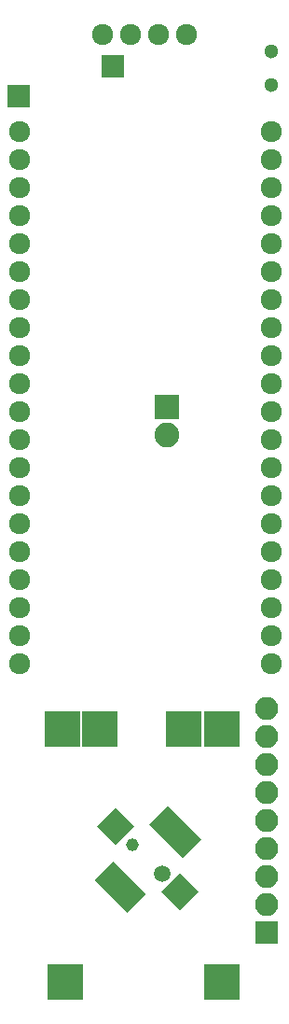
<source format=gbr>
G04 #@! TF.FileFunction,Soldermask,Top*
%FSLAX46Y46*%
G04 Gerber Fmt 4.6, Leading zero omitted, Abs format (unit mm)*
G04 Created by KiCad (PCBNEW 4.0.4-stable) date 06/30/17 00:29:43*
%MOMM*%
%LPD*%
G01*
G04 APERTURE LIST*
%ADD10C,0.100000*%
%ADD11C,1.924000*%
%ADD12R,2.250000X2.250000*%
%ADD13C,2.250000*%
%ADD14C,1.300000*%
%ADD15C,1.160000*%
%ADD16C,1.500000*%
%ADD17R,3.200000X3.200000*%
%ADD18R,2.100000X2.100000*%
%ADD19O,2.100000X2.100000*%
G04 APERTURE END LIST*
D10*
D11*
X62992000Y-48260000D03*
X65532000Y-48260000D03*
X68072000Y-48260000D03*
X70612000Y-48260000D03*
D12*
X68834000Y-82042000D03*
D13*
X68834000Y-84542000D03*
D14*
X78308000Y-49808000D03*
X78308000Y-52808000D03*
D10*
G36*
X70268688Y-122910878D02*
X69278738Y-121920928D01*
X70975794Y-120223872D01*
X71965744Y-121213822D01*
X70268688Y-122910878D01*
X70268688Y-122910878D01*
G37*
G36*
X69261060Y-121903251D02*
X68271110Y-120913301D01*
X69968166Y-119216245D01*
X70958116Y-120206195D01*
X69261060Y-121903251D01*
X69261060Y-121903251D01*
G37*
G36*
X68253433Y-120895623D02*
X67263483Y-119905673D01*
X68960539Y-118208617D01*
X69950489Y-119198567D01*
X68253433Y-120895623D01*
X68253433Y-120895623D01*
G37*
G36*
X63232975Y-125916082D02*
X62243025Y-124926132D01*
X63940081Y-123229076D01*
X64930031Y-124219026D01*
X63232975Y-125916082D01*
X63232975Y-125916082D01*
G37*
G36*
X65248229Y-127931336D02*
X64258279Y-126941386D01*
X65955335Y-125244330D01*
X66945285Y-126234280D01*
X65248229Y-127931336D01*
X65248229Y-127931336D01*
G37*
G36*
X64240602Y-126923709D02*
X63250652Y-125933759D01*
X64947708Y-124236703D01*
X65937658Y-125226653D01*
X64240602Y-126923709D01*
X64240602Y-126923709D01*
G37*
G36*
X70021200Y-127683848D02*
X68324144Y-125986792D01*
X70021200Y-124289736D01*
X71718256Y-125986792D01*
X70021200Y-127683848D01*
X70021200Y-127683848D01*
G37*
G36*
X64222924Y-121744151D02*
X62525868Y-120047095D01*
X64222924Y-118350039D01*
X65919980Y-120047095D01*
X64222924Y-121744151D01*
X64222924Y-121744151D01*
G37*
D15*
X65743204Y-121708796D03*
D16*
X68430210Y-124395802D03*
D11*
X55499000Y-57023000D03*
X55499000Y-59563000D03*
X55499000Y-62103000D03*
X55499000Y-64643000D03*
X55499000Y-67183000D03*
X55499000Y-69723000D03*
X55499000Y-72263000D03*
X55499000Y-74803000D03*
X55499000Y-77343000D03*
X55499000Y-79883000D03*
X55499000Y-82423000D03*
X55499000Y-84963000D03*
X55499000Y-87503000D03*
X55499000Y-90043000D03*
X55499000Y-92583000D03*
X55499000Y-95123000D03*
X55499000Y-97663000D03*
X55499000Y-100203000D03*
X55499000Y-102743000D03*
X55499000Y-105283000D03*
X78359000Y-57023000D03*
X78359000Y-59563000D03*
X78359000Y-62103000D03*
X78359000Y-64643000D03*
X78359000Y-67183000D03*
X78359000Y-69723000D03*
X78359000Y-72263000D03*
X78359000Y-74803000D03*
X78359000Y-77343000D03*
X78359000Y-79883000D03*
X78359000Y-82423000D03*
X78359000Y-84963000D03*
X78359000Y-87503000D03*
X78359000Y-90043000D03*
X78359000Y-92583000D03*
X78359000Y-95123000D03*
X78359000Y-97663000D03*
X78359000Y-100203000D03*
X78359000Y-102743000D03*
X78359000Y-105283000D03*
D17*
X62765000Y-111290000D03*
X70365000Y-111290000D03*
X59365000Y-111290000D03*
X73865000Y-111290000D03*
X59665000Y-134190000D03*
X73865000Y-134190000D03*
D18*
X77914500Y-129667000D03*
D19*
X77914500Y-127127000D03*
X77914500Y-124587000D03*
X77914500Y-122047000D03*
X77914500Y-119507000D03*
X77914500Y-116967000D03*
X77914500Y-114427000D03*
X77914500Y-111887000D03*
X77914500Y-109347000D03*
D18*
X63944500Y-51117500D03*
X55372000Y-53848000D03*
M02*

</source>
